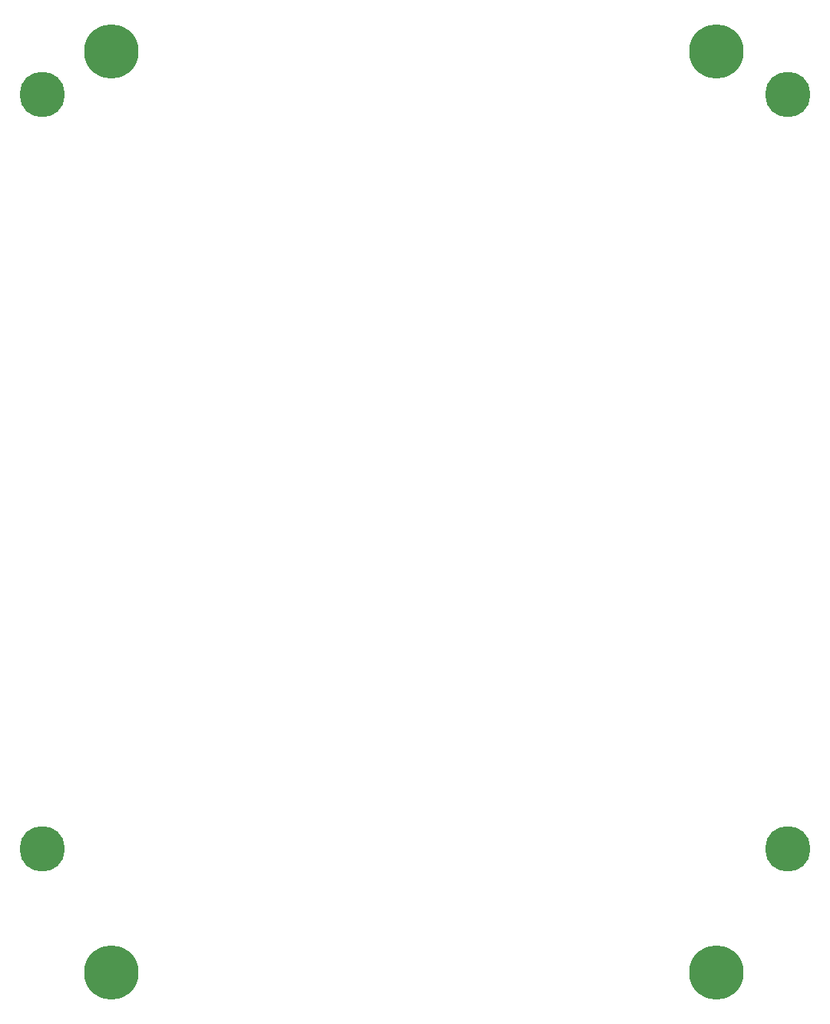
<source format=gbl>
G04 Layer: BottomLayer*
G04 EasyEDA v6.5.29, 2023-07-16 15:11:24*
G04 de9d243bdfbd4483b0fbc0b5f9d5b24a,5a6b42c53f6a479593ecc07194224c93,10*
G04 Gerber Generator version 0.2*
G04 Scale: 100 percent, Rotated: No, Reflected: No *
G04 Dimensions in millimeters *
G04 leading zeros omitted , absolute positions ,4 integer and 5 decimal *
%FSLAX45Y45*%
%MOMM*%

%ADD10C,5.0000*%
%ADD11C,5.9900*%

%LPD*%
D10*
G01*
X469900Y2540000D03*
G01*
X8686800Y2540000D03*
G01*
X469900Y10858500D03*
G01*
X8686800Y10858500D03*
D11*
G01*
X1231900Y11328400D03*
G01*
X7899400Y11328400D03*
G01*
X1231900Y1181100D03*
G01*
X7899400Y1181100D03*
M02*

</source>
